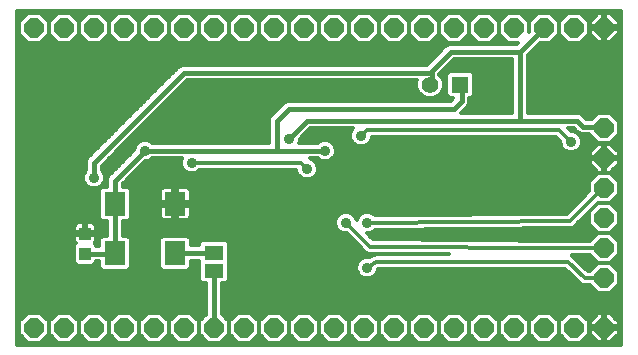
<source format=gbl>
G75*
G70*
%OFA0B0*%
%FSLAX24Y24*%
%IPPOS*%
%LPD*%
%AMOC8*
5,1,8,0,0,1.08239X$1,22.5*
%
%ADD10OC8,0.0640*%
%ADD11R,0.0709X0.0787*%
%ADD12R,0.0630X0.0460*%
%ADD13R,0.0394X0.0433*%
%ADD14R,0.0555X0.0555*%
%ADD15C,0.0555*%
%ADD16C,0.0120*%
%ADD17C,0.0350*%
%ADD18C,0.0160*%
D10*
X003006Y001161D03*
X004006Y001161D03*
X005006Y001161D03*
X006006Y001161D03*
X007006Y001161D03*
X008006Y001161D03*
X009006Y001161D03*
X010006Y001161D03*
X011006Y001161D03*
X012006Y001161D03*
X013006Y001161D03*
X014006Y001161D03*
X015006Y001161D03*
X016006Y001161D03*
X017006Y001161D03*
X018006Y001161D03*
X019006Y001161D03*
X020006Y001161D03*
X021006Y001161D03*
X022006Y001161D03*
X022006Y002811D03*
X022006Y003811D03*
X022006Y004811D03*
X022006Y005811D03*
X022006Y006811D03*
X022006Y007811D03*
X022006Y011161D03*
X021006Y011161D03*
X020006Y011161D03*
X019006Y011161D03*
X018006Y011161D03*
X017006Y011161D03*
X016006Y011161D03*
X015006Y011161D03*
X014006Y011161D03*
X013006Y011161D03*
X012006Y011161D03*
X011006Y011161D03*
X010006Y011161D03*
X009006Y011161D03*
X008006Y011161D03*
X007006Y011161D03*
X006006Y011161D03*
X005006Y011161D03*
X004006Y011161D03*
X003006Y011161D03*
D11*
X005706Y005288D03*
X007706Y005288D03*
X007706Y003634D03*
X005706Y003634D03*
D12*
X009006Y003661D03*
X009006Y003061D03*
D13*
X004706Y003627D03*
X004706Y004296D03*
D14*
X017206Y009261D03*
D15*
X016206Y009261D03*
D16*
X002436Y011731D02*
X002436Y000591D01*
X022576Y000591D01*
X022576Y011731D01*
X002436Y011731D01*
X002436Y011660D02*
X002797Y011660D01*
X002799Y011661D02*
X002506Y011368D01*
X002506Y010954D01*
X002799Y010661D01*
X003213Y010661D01*
X003506Y010954D01*
X003799Y010661D01*
X004213Y010661D01*
X004506Y010954D01*
X004799Y010661D01*
X005213Y010661D01*
X005506Y010954D01*
X005799Y010661D01*
X006213Y010661D01*
X006506Y010954D01*
X006799Y010661D01*
X007213Y010661D01*
X007506Y010954D01*
X007799Y010661D01*
X008213Y010661D01*
X008506Y010954D01*
X008799Y010661D01*
X009213Y010661D01*
X009506Y010954D01*
X009799Y010661D01*
X010213Y010661D01*
X010506Y010954D01*
X010799Y010661D01*
X011213Y010661D01*
X011506Y010954D01*
X011799Y010661D01*
X012213Y010661D01*
X012506Y010954D01*
X012799Y010661D01*
X013213Y010661D01*
X013506Y010954D01*
X013799Y010661D01*
X014213Y010661D01*
X014506Y010954D01*
X014799Y010661D01*
X015213Y010661D01*
X015506Y010954D01*
X015799Y010661D01*
X016213Y010661D01*
X016506Y010954D01*
X016799Y010661D01*
X017213Y010661D01*
X017506Y010954D01*
X017799Y010661D01*
X018213Y010661D01*
X018506Y010954D01*
X018799Y010661D01*
X019138Y010661D01*
X019098Y010621D01*
X016854Y010621D01*
X016758Y010582D01*
X016685Y010509D01*
X016098Y009921D01*
X007954Y009921D01*
X007858Y009882D01*
X007785Y009809D01*
X004785Y006809D01*
X004746Y006713D01*
X004746Y006610D01*
X004746Y006403D01*
X004705Y006362D01*
X004651Y006232D01*
X004651Y006091D01*
X004705Y005960D01*
X004805Y005860D01*
X004935Y005806D01*
X005076Y005806D01*
X005207Y005860D01*
X005307Y005960D01*
X005361Y006091D01*
X005361Y006232D01*
X005307Y006362D01*
X005266Y006403D01*
X005266Y006554D01*
X008113Y009401D01*
X015769Y009401D01*
X015748Y009352D01*
X015748Y009170D01*
X015818Y009002D01*
X015946Y008873D01*
X016115Y008804D01*
X016297Y008804D01*
X016465Y008873D01*
X016593Y009002D01*
X016663Y009170D01*
X016663Y009352D01*
X016593Y009520D01*
X016516Y009598D01*
X016516Y009604D01*
X017013Y010101D01*
X018946Y010101D01*
X018946Y008321D01*
X017233Y008321D01*
X017403Y008491D01*
X017476Y008564D01*
X017516Y008660D01*
X017516Y008804D01*
X017558Y008804D01*
X017663Y008909D01*
X017663Y009613D01*
X017558Y009719D01*
X016854Y009719D01*
X016748Y009613D01*
X016748Y008909D01*
X016854Y008804D01*
X016981Y008804D01*
X016898Y008721D01*
X011557Y008721D01*
X011454Y008721D01*
X011358Y008682D01*
X010958Y008282D01*
X010885Y008209D01*
X010846Y008113D01*
X010846Y007321D01*
X006948Y007321D01*
X006907Y007362D01*
X006776Y007416D01*
X006635Y007416D01*
X006505Y007362D01*
X006405Y007262D01*
X006351Y007132D01*
X006351Y007074D01*
X005485Y006209D01*
X005446Y006113D01*
X005446Y006010D01*
X005446Y005862D01*
X005277Y005862D01*
X005171Y005756D01*
X005171Y004820D01*
X005277Y004714D01*
X005446Y004714D01*
X005446Y004208D01*
X005277Y004208D01*
X005171Y004103D01*
X005171Y003887D01*
X005082Y003887D01*
X005082Y003918D01*
X005025Y003975D01*
X005031Y003981D01*
X005052Y004018D01*
X005062Y004058D01*
X005062Y004257D01*
X004744Y004257D01*
X004744Y004334D01*
X005062Y004334D01*
X005062Y004534D01*
X005052Y004574D01*
X005031Y004611D01*
X005001Y004640D01*
X004964Y004661D01*
X004924Y004672D01*
X004744Y004672D01*
X004744Y004335D01*
X004667Y004335D01*
X004667Y004672D01*
X004488Y004672D01*
X004447Y004661D01*
X004411Y004640D01*
X004381Y004611D01*
X004360Y004574D01*
X004349Y004534D01*
X004349Y004334D01*
X004667Y004334D01*
X004667Y004257D01*
X004349Y004257D01*
X004349Y004058D01*
X004360Y004018D01*
X004381Y003981D01*
X004387Y003975D01*
X004329Y003918D01*
X004329Y003336D01*
X004434Y003230D01*
X004977Y003230D01*
X005082Y003336D01*
X005082Y003367D01*
X005171Y003367D01*
X005171Y003166D01*
X005277Y003061D01*
X006135Y003061D01*
X006240Y003166D01*
X006240Y004103D01*
X006135Y004208D01*
X005966Y004208D01*
X005966Y004714D01*
X006135Y004714D01*
X006240Y004820D01*
X006240Y005756D01*
X006135Y005862D01*
X005966Y005862D01*
X005966Y005954D01*
X006718Y006706D01*
X006776Y006706D01*
X006907Y006760D01*
X006948Y006801D01*
X007929Y006801D01*
X007901Y006732D01*
X007901Y006591D01*
X007955Y006460D01*
X008055Y006360D01*
X008185Y006306D01*
X008326Y006306D01*
X008457Y006360D01*
X008518Y006421D01*
X011751Y006421D01*
X011751Y006391D01*
X011805Y006260D01*
X011905Y006160D01*
X012035Y006106D01*
X012176Y006106D01*
X012307Y006160D01*
X012407Y006260D01*
X012461Y006391D01*
X012461Y006532D01*
X012407Y006662D01*
X012307Y006762D01*
X012212Y006801D01*
X012464Y006801D01*
X012505Y006760D01*
X012635Y006706D01*
X012776Y006706D01*
X012907Y006760D01*
X013007Y006860D01*
X013061Y006991D01*
X013061Y007132D01*
X013007Y007262D01*
X012907Y007362D01*
X012776Y007416D01*
X012635Y007416D01*
X012505Y007362D01*
X012464Y007321D01*
X011832Y007321D01*
X011861Y007391D01*
X011861Y007449D01*
X012213Y007801D01*
X013644Y007801D01*
X013605Y007762D01*
X013551Y007632D01*
X013551Y007491D01*
X013605Y007360D01*
X013705Y007260D01*
X013835Y007206D01*
X013976Y007206D01*
X014107Y007260D01*
X014207Y007360D01*
X014261Y007491D01*
X014261Y007521D01*
X020406Y007521D01*
X020551Y007377D01*
X020551Y007291D01*
X020605Y007160D01*
X020705Y007060D01*
X020835Y007006D01*
X020976Y007006D01*
X021107Y007060D01*
X021207Y007160D01*
X021261Y007291D01*
X021261Y007432D01*
X021207Y007562D01*
X021107Y007662D01*
X020976Y007716D01*
X020890Y007716D01*
X020805Y007801D01*
X020998Y007801D01*
X021085Y007714D01*
X021158Y007641D01*
X021254Y007601D01*
X021509Y007601D01*
X021799Y007311D01*
X022213Y007311D01*
X022506Y007604D01*
X022506Y008018D01*
X022213Y008311D01*
X021799Y008311D01*
X021609Y008121D01*
X021413Y008121D01*
X021253Y008282D01*
X021157Y008321D01*
X021054Y008321D01*
X019466Y008321D01*
X019466Y010254D01*
X019873Y010661D01*
X020213Y010661D01*
X020506Y010954D01*
X020799Y010661D01*
X021213Y010661D01*
X021506Y010954D01*
X021506Y011368D01*
X021213Y011661D01*
X020799Y011661D01*
X020506Y011368D01*
X020213Y011661D01*
X019799Y011661D01*
X019506Y011368D01*
X019213Y011661D01*
X018799Y011661D01*
X018506Y011368D01*
X018506Y010954D01*
X018506Y011368D01*
X018213Y011661D01*
X017799Y011661D01*
X017506Y011368D01*
X017213Y011661D01*
X016799Y011661D01*
X016506Y011368D01*
X016213Y011661D01*
X015799Y011661D01*
X015506Y011368D01*
X015213Y011661D01*
X014799Y011661D01*
X014506Y011368D01*
X014213Y011661D01*
X013799Y011661D01*
X013506Y011368D01*
X013213Y011661D01*
X012799Y011661D01*
X012506Y011368D01*
X012213Y011661D01*
X011799Y011661D01*
X011506Y011368D01*
X011213Y011661D01*
X010799Y011661D01*
X010506Y011368D01*
X010213Y011661D01*
X009799Y011661D01*
X009506Y011368D01*
X009213Y011661D01*
X008799Y011661D01*
X008506Y011368D01*
X008213Y011661D01*
X007799Y011661D01*
X007506Y011368D01*
X007213Y011661D01*
X006799Y011661D01*
X006506Y011368D01*
X006213Y011661D01*
X005799Y011661D01*
X005506Y011368D01*
X005213Y011661D01*
X004799Y011661D01*
X004506Y011368D01*
X004213Y011661D01*
X003799Y011661D01*
X003506Y011368D01*
X003213Y011661D01*
X002799Y011661D01*
X002679Y011541D02*
X002436Y011541D01*
X002436Y011423D02*
X002560Y011423D01*
X002506Y011304D02*
X002436Y011304D01*
X002436Y011186D02*
X002506Y011186D01*
X002506Y011067D02*
X002436Y011067D01*
X002436Y010949D02*
X002511Y010949D01*
X002436Y010830D02*
X002630Y010830D01*
X002748Y010712D02*
X002436Y010712D01*
X002436Y010593D02*
X016786Y010593D01*
X016748Y010712D02*
X016263Y010712D01*
X016382Y010830D02*
X016630Y010830D01*
X016511Y010949D02*
X016500Y010949D01*
X016506Y010954D02*
X016506Y011368D01*
X016506Y010954D01*
X016506Y011067D02*
X016506Y011067D01*
X016506Y011186D02*
X016506Y011186D01*
X016506Y011304D02*
X016506Y011304D01*
X016560Y011423D02*
X016451Y011423D01*
X016333Y011541D02*
X016679Y011541D01*
X016797Y011660D02*
X016214Y011660D01*
X015797Y011660D02*
X015214Y011660D01*
X015333Y011541D02*
X015679Y011541D01*
X015560Y011423D02*
X015451Y011423D01*
X015506Y011368D02*
X015506Y010954D01*
X015506Y011368D01*
X015506Y011304D02*
X015506Y011304D01*
X015506Y011186D02*
X015506Y011186D01*
X015506Y011067D02*
X015506Y011067D01*
X015500Y010949D02*
X015511Y010949D01*
X015630Y010830D02*
X015382Y010830D01*
X015263Y010712D02*
X015748Y010712D01*
X016414Y010237D02*
X002436Y010237D01*
X002436Y010119D02*
X016296Y010119D01*
X016177Y010000D02*
X002436Y010000D01*
X002436Y009882D02*
X007859Y009882D01*
X007740Y009763D02*
X002436Y009763D01*
X002436Y009645D02*
X007621Y009645D01*
X007503Y009526D02*
X002436Y009526D01*
X002436Y009408D02*
X007384Y009408D01*
X007266Y009289D02*
X002436Y009289D01*
X002436Y009171D02*
X007147Y009171D01*
X007029Y009052D02*
X002436Y009052D01*
X002436Y008933D02*
X006910Y008933D01*
X006792Y008815D02*
X002436Y008815D01*
X002436Y008696D02*
X006673Y008696D01*
X006555Y008578D02*
X002436Y008578D01*
X002436Y008459D02*
X006436Y008459D01*
X006317Y008341D02*
X002436Y008341D01*
X002436Y008222D02*
X006199Y008222D01*
X006080Y008104D02*
X002436Y008104D01*
X002436Y007985D02*
X005962Y007985D01*
X005843Y007867D02*
X002436Y007867D01*
X002436Y007748D02*
X005725Y007748D01*
X005606Y007629D02*
X002436Y007629D01*
X002436Y007511D02*
X005488Y007511D01*
X005369Y007392D02*
X002436Y007392D01*
X002436Y007274D02*
X005251Y007274D01*
X005132Y007155D02*
X002436Y007155D01*
X002436Y007037D02*
X005014Y007037D01*
X004895Y006918D02*
X002436Y006918D01*
X002436Y006800D02*
X004782Y006800D01*
X004746Y006681D02*
X002436Y006681D01*
X002436Y006563D02*
X004746Y006563D01*
X004746Y006444D02*
X002436Y006444D01*
X002436Y006326D02*
X004689Y006326D01*
X004651Y006207D02*
X002436Y006207D01*
X002436Y006088D02*
X004652Y006088D01*
X004701Y005970D02*
X002436Y005970D01*
X002436Y005851D02*
X004826Y005851D01*
X005185Y005851D02*
X005266Y005851D01*
X005311Y005970D02*
X005446Y005970D01*
X005446Y006088D02*
X005360Y006088D01*
X005361Y006207D02*
X005485Y006207D01*
X005602Y006326D02*
X005322Y006326D01*
X005266Y006444D02*
X005721Y006444D01*
X005839Y006563D02*
X005275Y006563D01*
X005393Y006681D02*
X005958Y006681D01*
X006076Y006800D02*
X005512Y006800D01*
X005630Y006918D02*
X006195Y006918D01*
X006314Y007037D02*
X005749Y007037D01*
X005867Y007155D02*
X006360Y007155D01*
X006416Y007274D02*
X005986Y007274D01*
X006104Y007392D02*
X006578Y007392D01*
X006834Y007392D02*
X010846Y007392D01*
X010846Y007511D02*
X006223Y007511D01*
X006342Y007629D02*
X010846Y007629D01*
X010846Y007748D02*
X006460Y007748D01*
X006579Y007867D02*
X010846Y007867D01*
X010846Y007985D02*
X006697Y007985D01*
X006816Y008104D02*
X010846Y008104D01*
X010899Y008222D02*
X006934Y008222D01*
X007053Y008341D02*
X011017Y008341D01*
X011136Y008459D02*
X007171Y008459D01*
X007290Y008578D02*
X011255Y008578D01*
X011394Y008696D02*
X007408Y008696D01*
X007527Y008815D02*
X016088Y008815D01*
X015886Y008933D02*
X007646Y008933D01*
X007764Y009052D02*
X015797Y009052D01*
X015748Y009171D02*
X007883Y009171D01*
X008001Y009289D02*
X015748Y009289D01*
X016324Y008815D02*
X016842Y008815D01*
X016748Y008933D02*
X016525Y008933D01*
X016614Y009052D02*
X016748Y009052D01*
X016748Y009171D02*
X016663Y009171D01*
X016663Y009289D02*
X016748Y009289D01*
X016748Y009408D02*
X016640Y009408D01*
X016588Y009526D02*
X016748Y009526D01*
X016780Y009645D02*
X016557Y009645D01*
X016675Y009763D02*
X018946Y009763D01*
X018946Y009645D02*
X017632Y009645D01*
X017663Y009526D02*
X018946Y009526D01*
X018946Y009408D02*
X017663Y009408D01*
X017663Y009289D02*
X018946Y009289D01*
X018946Y009171D02*
X017663Y009171D01*
X017663Y009052D02*
X018946Y009052D01*
X018946Y008933D02*
X017663Y008933D01*
X017569Y008815D02*
X018946Y008815D01*
X018946Y008696D02*
X017516Y008696D01*
X017482Y008578D02*
X018946Y008578D01*
X018946Y008459D02*
X017371Y008459D01*
X017403Y008491D02*
X017403Y008491D01*
X017253Y008341D02*
X018946Y008341D01*
X019466Y008341D02*
X022576Y008341D01*
X022576Y008459D02*
X019466Y008459D01*
X019466Y008578D02*
X022576Y008578D01*
X022576Y008696D02*
X019466Y008696D01*
X019466Y008815D02*
X022576Y008815D01*
X022576Y008933D02*
X019466Y008933D01*
X019466Y009052D02*
X022576Y009052D01*
X022576Y009171D02*
X019466Y009171D01*
X019466Y009289D02*
X022576Y009289D01*
X022576Y009408D02*
X019466Y009408D01*
X019466Y009526D02*
X022576Y009526D01*
X022576Y009645D02*
X019466Y009645D01*
X019466Y009763D02*
X022576Y009763D01*
X022576Y009882D02*
X019466Y009882D01*
X019466Y010000D02*
X022576Y010000D01*
X022576Y010119D02*
X019466Y010119D01*
X019466Y010237D02*
X022576Y010237D01*
X022576Y010356D02*
X019568Y010356D01*
X019687Y010475D02*
X022576Y010475D01*
X022576Y010593D02*
X019805Y010593D01*
X020263Y010712D02*
X020748Y010712D01*
X020630Y010830D02*
X020382Y010830D01*
X020500Y010949D02*
X020511Y010949D01*
X020506Y010954D02*
X020506Y011368D01*
X020506Y010954D01*
X020506Y011067D02*
X020506Y011067D01*
X020506Y011186D02*
X020506Y011186D01*
X020506Y011304D02*
X020506Y011304D01*
X020560Y011423D02*
X020451Y011423D01*
X020333Y011541D02*
X020679Y011541D01*
X020797Y011660D02*
X020214Y011660D01*
X019797Y011660D02*
X019214Y011660D01*
X019333Y011541D02*
X019679Y011541D01*
X019560Y011423D02*
X019451Y011423D01*
X019506Y011368D02*
X019506Y011029D01*
X019506Y011029D01*
X019506Y011368D01*
X019506Y011304D02*
X019506Y011304D01*
X019506Y011186D02*
X019506Y011186D01*
X019506Y011067D02*
X019506Y011067D01*
X018748Y010712D02*
X018263Y010712D01*
X018382Y010830D02*
X018630Y010830D01*
X018511Y010949D02*
X018500Y010949D01*
X018506Y011067D02*
X018506Y011067D01*
X018506Y011186D02*
X018506Y011186D01*
X018506Y011304D02*
X018506Y011304D01*
X018560Y011423D02*
X018451Y011423D01*
X018333Y011541D02*
X018679Y011541D01*
X018797Y011660D02*
X018214Y011660D01*
X017797Y011660D02*
X017214Y011660D01*
X017333Y011541D02*
X017679Y011541D01*
X017560Y011423D02*
X017451Y011423D01*
X017506Y011368D02*
X017506Y010954D01*
X017506Y011368D01*
X017506Y011304D02*
X017506Y011304D01*
X017506Y011186D02*
X017506Y011186D01*
X017506Y011067D02*
X017506Y011067D01*
X017500Y010949D02*
X017511Y010949D01*
X017630Y010830D02*
X017382Y010830D01*
X017263Y010712D02*
X017748Y010712D01*
X016912Y010000D02*
X018946Y010000D01*
X018946Y009882D02*
X016794Y009882D01*
X016533Y010356D02*
X002436Y010356D01*
X002436Y010475D02*
X016651Y010475D01*
X014748Y010712D02*
X014263Y010712D01*
X014382Y010830D02*
X014630Y010830D01*
X014511Y010949D02*
X014500Y010949D01*
X014506Y010954D02*
X014506Y011368D01*
X014506Y010954D01*
X014506Y011067D02*
X014506Y011067D01*
X014506Y011186D02*
X014506Y011186D01*
X014506Y011304D02*
X014506Y011304D01*
X014560Y011423D02*
X014451Y011423D01*
X014333Y011541D02*
X014679Y011541D01*
X014797Y011660D02*
X014214Y011660D01*
X013797Y011660D02*
X013214Y011660D01*
X013333Y011541D02*
X013679Y011541D01*
X013560Y011423D02*
X013451Y011423D01*
X013506Y011368D02*
X013506Y010954D01*
X013506Y011368D01*
X013506Y011304D02*
X013506Y011304D01*
X013506Y011186D02*
X013506Y011186D01*
X013506Y011067D02*
X013506Y011067D01*
X013500Y010949D02*
X013511Y010949D01*
X013630Y010830D02*
X013382Y010830D01*
X013263Y010712D02*
X013748Y010712D01*
X012748Y010712D02*
X012263Y010712D01*
X012382Y010830D02*
X012630Y010830D01*
X012511Y010949D02*
X012500Y010949D01*
X012506Y010954D02*
X012506Y011368D01*
X012506Y010954D01*
X012506Y011067D02*
X012506Y011067D01*
X012506Y011186D02*
X012506Y011186D01*
X012506Y011304D02*
X012506Y011304D01*
X012560Y011423D02*
X012451Y011423D01*
X012333Y011541D02*
X012679Y011541D01*
X012797Y011660D02*
X012214Y011660D01*
X011797Y011660D02*
X011214Y011660D01*
X011333Y011541D02*
X011679Y011541D01*
X011560Y011423D02*
X011451Y011423D01*
X011506Y011368D02*
X011506Y010954D01*
X011506Y011368D01*
X011506Y011304D02*
X011506Y011304D01*
X011506Y011186D02*
X011506Y011186D01*
X011506Y011067D02*
X011506Y011067D01*
X011500Y010949D02*
X011511Y010949D01*
X011630Y010830D02*
X011382Y010830D01*
X011263Y010712D02*
X011748Y010712D01*
X010748Y010712D02*
X010263Y010712D01*
X010382Y010830D02*
X010630Y010830D01*
X010511Y010949D02*
X010500Y010949D01*
X010506Y010954D02*
X010506Y011368D01*
X010506Y010954D01*
X010506Y011067D02*
X010506Y011067D01*
X010506Y011186D02*
X010506Y011186D01*
X010506Y011304D02*
X010506Y011304D01*
X010560Y011423D02*
X010451Y011423D01*
X010333Y011541D02*
X010679Y011541D01*
X010797Y011660D02*
X010214Y011660D01*
X009797Y011660D02*
X009214Y011660D01*
X009333Y011541D02*
X009679Y011541D01*
X009560Y011423D02*
X009451Y011423D01*
X009506Y011368D02*
X009506Y010954D01*
X009506Y011368D01*
X009506Y011304D02*
X009506Y011304D01*
X009506Y011186D02*
X009506Y011186D01*
X009506Y011067D02*
X009506Y011067D01*
X009500Y010949D02*
X009511Y010949D01*
X009630Y010830D02*
X009382Y010830D01*
X009263Y010712D02*
X009748Y010712D01*
X008748Y010712D02*
X008263Y010712D01*
X008382Y010830D02*
X008630Y010830D01*
X008511Y010949D02*
X008500Y010949D01*
X008506Y010954D02*
X008506Y011368D01*
X008506Y010954D01*
X008506Y011067D02*
X008506Y011067D01*
X008506Y011186D02*
X008506Y011186D01*
X008506Y011304D02*
X008506Y011304D01*
X008560Y011423D02*
X008451Y011423D01*
X008333Y011541D02*
X008679Y011541D01*
X008797Y011660D02*
X008214Y011660D01*
X007797Y011660D02*
X007214Y011660D01*
X007333Y011541D02*
X007679Y011541D01*
X007560Y011423D02*
X007451Y011423D01*
X007506Y011368D02*
X007506Y010954D01*
X007506Y011368D01*
X007506Y011304D02*
X007506Y011304D01*
X007506Y011186D02*
X007506Y011186D01*
X007506Y011067D02*
X007506Y011067D01*
X007500Y010949D02*
X007511Y010949D01*
X007630Y010830D02*
X007382Y010830D01*
X007263Y010712D02*
X007748Y010712D01*
X006748Y010712D02*
X006263Y010712D01*
X006382Y010830D02*
X006630Y010830D01*
X006511Y010949D02*
X006500Y010949D01*
X006506Y010954D02*
X006506Y011368D01*
X006506Y010954D01*
X006506Y011067D02*
X006506Y011067D01*
X006506Y011186D02*
X006506Y011186D01*
X006506Y011304D02*
X006506Y011304D01*
X006560Y011423D02*
X006451Y011423D01*
X006333Y011541D02*
X006679Y011541D01*
X006797Y011660D02*
X006214Y011660D01*
X005797Y011660D02*
X005214Y011660D01*
X005333Y011541D02*
X005679Y011541D01*
X005560Y011423D02*
X005451Y011423D01*
X005506Y011368D02*
X005506Y010954D01*
X005506Y011368D01*
X005506Y011304D02*
X005506Y011304D01*
X005506Y011186D02*
X005506Y011186D01*
X005506Y011067D02*
X005506Y011067D01*
X005500Y010949D02*
X005511Y010949D01*
X005630Y010830D02*
X005382Y010830D01*
X005263Y010712D02*
X005748Y010712D01*
X004748Y010712D02*
X004263Y010712D01*
X004382Y010830D02*
X004630Y010830D01*
X004511Y010949D02*
X004500Y010949D01*
X004506Y010954D02*
X004506Y011368D01*
X004506Y010954D01*
X004506Y011067D02*
X004506Y011067D01*
X004506Y011186D02*
X004506Y011186D01*
X004506Y011304D02*
X004506Y011304D01*
X004560Y011423D02*
X004451Y011423D01*
X004333Y011541D02*
X004679Y011541D01*
X004797Y011660D02*
X004214Y011660D01*
X003797Y011660D02*
X003214Y011660D01*
X003333Y011541D02*
X003679Y011541D01*
X003560Y011423D02*
X003451Y011423D01*
X003506Y011368D02*
X003506Y010954D01*
X003506Y011368D01*
X003506Y011304D02*
X003506Y011304D01*
X003506Y011186D02*
X003506Y011186D01*
X003506Y011067D02*
X003506Y011067D01*
X003500Y010949D02*
X003511Y010949D01*
X003630Y010830D02*
X003382Y010830D01*
X003263Y010712D02*
X003748Y010712D01*
X006946Y006800D02*
X007929Y006800D01*
X007901Y006681D02*
X006693Y006681D01*
X006575Y006563D02*
X007912Y006563D01*
X007971Y006444D02*
X006456Y006444D01*
X006338Y006326D02*
X008139Y006326D01*
X008373Y006326D02*
X011778Y006326D01*
X011858Y006207D02*
X006219Y006207D01*
X006100Y006088D02*
X021576Y006088D01*
X021506Y006018D02*
X021506Y005701D01*
X020756Y004950D01*
X014366Y004903D01*
X014307Y004962D01*
X014176Y005016D01*
X014035Y005016D01*
X013905Y004962D01*
X013805Y004862D01*
X013756Y004744D01*
X013707Y004862D01*
X013607Y004962D01*
X013476Y005016D01*
X013335Y005016D01*
X013205Y004962D01*
X013105Y004862D01*
X013051Y004732D01*
X013051Y004591D01*
X013105Y004460D01*
X013205Y004360D01*
X013335Y004306D01*
X013421Y004306D01*
X014036Y003692D01*
X014068Y003659D01*
X014069Y003658D01*
X014070Y003658D01*
X014111Y003641D01*
X014156Y003622D01*
X014157Y003622D01*
X014158Y003621D01*
X014202Y003621D01*
X016832Y003601D01*
X014429Y003601D01*
X014406Y003606D01*
X014382Y003601D01*
X014358Y003601D01*
X014336Y003592D01*
X014312Y003587D01*
X014292Y003574D01*
X014270Y003565D01*
X014253Y003548D01*
X014194Y003509D01*
X014176Y003516D01*
X014035Y003516D01*
X013905Y003462D01*
X013805Y003362D01*
X013751Y003232D01*
X013751Y003091D01*
X013805Y002960D01*
X013905Y002860D01*
X014035Y002806D01*
X014176Y002806D01*
X014307Y002860D01*
X014407Y002960D01*
X014461Y003091D01*
X014461Y003109D01*
X014478Y003121D01*
X020706Y003121D01*
X021220Y002608D01*
X021308Y002571D01*
X021403Y002571D01*
X021539Y002571D01*
X021799Y002311D01*
X022213Y002311D01*
X022506Y002604D01*
X022506Y003018D01*
X022213Y003311D01*
X021799Y003311D01*
X022213Y003311D01*
X022506Y003604D01*
X022506Y004018D01*
X022213Y004311D01*
X021799Y004311D01*
X021539Y004051D01*
X020759Y004051D01*
X014306Y004100D01*
X014100Y004306D01*
X014176Y004306D01*
X014307Y004360D01*
X014370Y004423D01*
X020857Y004471D01*
X020903Y004471D01*
X020904Y004472D01*
X020905Y004472D01*
X020948Y004490D01*
X020992Y004508D01*
X020992Y004508D01*
X020993Y004509D01*
X021025Y004542D01*
X021797Y005313D01*
X021799Y005311D01*
X022213Y005311D01*
X021799Y005311D01*
X021506Y005018D01*
X021506Y004604D01*
X021799Y004311D01*
X022213Y004311D01*
X022506Y004604D01*
X022506Y005018D01*
X022213Y005311D01*
X022506Y005604D01*
X022506Y006018D01*
X022213Y006311D01*
X021799Y006311D01*
X021506Y006018D01*
X021506Y005970D02*
X005982Y005970D01*
X006145Y005851D02*
X021506Y005851D01*
X021506Y005733D02*
X008212Y005733D01*
X008209Y005743D02*
X008220Y005703D01*
X008220Y005348D01*
X007766Y005348D01*
X007766Y005228D01*
X008220Y005228D01*
X008220Y004873D01*
X008209Y004833D01*
X008188Y004796D01*
X008158Y004766D01*
X008122Y004745D01*
X008081Y004734D01*
X007766Y004734D01*
X007766Y005228D01*
X007646Y005228D01*
X007646Y004734D01*
X007330Y004734D01*
X007290Y004745D01*
X007253Y004766D01*
X007223Y004796D01*
X007202Y004833D01*
X007191Y004873D01*
X007191Y005228D01*
X007646Y005228D01*
X007646Y005348D01*
X007766Y005348D01*
X007766Y005842D01*
X008081Y005842D01*
X008122Y005831D01*
X008158Y005810D01*
X008188Y005780D01*
X008209Y005743D01*
X008220Y005614D02*
X021419Y005614D01*
X021301Y005496D02*
X008220Y005496D01*
X008220Y005377D02*
X021182Y005377D01*
X021064Y005259D02*
X007766Y005259D01*
X007766Y005377D02*
X007646Y005377D01*
X007646Y005348D02*
X007646Y005842D01*
X007330Y005842D01*
X007290Y005831D01*
X007253Y005810D01*
X007223Y005780D01*
X007202Y005743D01*
X007191Y005703D01*
X007191Y005348D01*
X007646Y005348D01*
X007646Y005259D02*
X006240Y005259D01*
X006240Y005377D02*
X007191Y005377D01*
X007191Y005496D02*
X006240Y005496D01*
X006240Y005614D02*
X007191Y005614D01*
X007199Y005733D02*
X006240Y005733D01*
X006240Y005140D02*
X007191Y005140D01*
X007191Y005022D02*
X006240Y005022D01*
X006240Y004903D02*
X007191Y004903D01*
X007235Y004784D02*
X006205Y004784D01*
X005966Y004666D02*
X013051Y004666D01*
X013069Y004547D02*
X005966Y004547D01*
X005966Y004429D02*
X013136Y004429D01*
X013325Y004310D02*
X005966Y004310D01*
X006151Y004192D02*
X007260Y004192D01*
X007277Y004208D02*
X007171Y004103D01*
X007171Y003166D01*
X007277Y003061D01*
X008135Y003061D01*
X008240Y003166D01*
X008240Y003385D01*
X008511Y003391D01*
X008511Y003366D01*
X008511Y002757D01*
X008616Y002651D01*
X008746Y002651D01*
X008746Y001608D01*
X008506Y001368D01*
X008213Y001661D01*
X007799Y001661D01*
X007506Y001368D01*
X007506Y000954D01*
X007799Y000661D01*
X008213Y000661D01*
X008506Y000954D01*
X008799Y000661D01*
X009213Y000661D01*
X009506Y000954D01*
X009799Y000661D01*
X010213Y000661D01*
X010506Y000954D01*
X010799Y000661D01*
X011213Y000661D01*
X011506Y000954D01*
X011799Y000661D01*
X012213Y000661D01*
X012506Y000954D01*
X012799Y000661D01*
X013213Y000661D01*
X013506Y000954D01*
X013799Y000661D01*
X014213Y000661D01*
X014506Y000954D01*
X014799Y000661D01*
X015213Y000661D01*
X015506Y000954D01*
X015799Y000661D01*
X016213Y000661D01*
X016506Y000954D01*
X016799Y000661D01*
X017213Y000661D01*
X017506Y000954D01*
X017799Y000661D01*
X018213Y000661D01*
X018506Y000954D01*
X018799Y000661D01*
X019213Y000661D01*
X019506Y000954D01*
X019799Y000661D01*
X020213Y000661D01*
X020506Y000954D01*
X020799Y000661D01*
X021213Y000661D01*
X021506Y000954D01*
X021506Y001368D01*
X021213Y001661D01*
X020799Y001661D01*
X020506Y001368D01*
X020506Y000954D01*
X020506Y001368D01*
X020213Y001661D01*
X019799Y001661D01*
X019506Y001368D01*
X019506Y000954D01*
X019506Y001368D01*
X019213Y001661D01*
X018799Y001661D01*
X018506Y001368D01*
X018506Y000954D01*
X018506Y001368D01*
X018213Y001661D01*
X017799Y001661D01*
X017506Y001368D01*
X017506Y000954D01*
X017506Y001368D01*
X017213Y001661D01*
X016799Y001661D01*
X016506Y001368D01*
X016506Y000954D01*
X016506Y001368D01*
X016213Y001661D01*
X015799Y001661D01*
X015506Y001368D01*
X015506Y000954D01*
X015506Y001368D01*
X015213Y001661D01*
X014799Y001661D01*
X014506Y001368D01*
X014506Y000954D01*
X014506Y001368D01*
X014213Y001661D01*
X013799Y001661D01*
X013506Y001368D01*
X013506Y000954D01*
X013506Y001368D01*
X013213Y001661D01*
X012799Y001661D01*
X012506Y001368D01*
X012506Y000954D01*
X012506Y001368D01*
X012213Y001661D01*
X011799Y001661D01*
X011506Y001368D01*
X011506Y000954D01*
X011506Y001368D01*
X011213Y001661D01*
X010799Y001661D01*
X010506Y001368D01*
X010506Y000954D01*
X010506Y001368D01*
X010213Y001661D01*
X009799Y001661D01*
X009506Y001368D01*
X009506Y000954D01*
X009506Y001368D01*
X009266Y001608D01*
X009266Y002651D01*
X009395Y002651D01*
X009501Y002757D01*
X009501Y003366D01*
X009501Y003966D01*
X009395Y004071D01*
X008616Y004071D01*
X008511Y003966D01*
X008511Y003911D01*
X008240Y003906D01*
X008240Y004103D01*
X008135Y004208D01*
X007277Y004208D01*
X007171Y004073D02*
X006240Y004073D01*
X006240Y003955D02*
X007171Y003955D01*
X007171Y003836D02*
X006240Y003836D01*
X006240Y003718D02*
X007171Y003718D01*
X007171Y003599D02*
X006240Y003599D01*
X006240Y003480D02*
X007171Y003480D01*
X007171Y003362D02*
X006240Y003362D01*
X006240Y003243D02*
X007171Y003243D01*
X007213Y003125D02*
X006199Y003125D01*
X005213Y003125D02*
X002436Y003125D01*
X002436Y003243D02*
X004421Y003243D01*
X004329Y003362D02*
X002436Y003362D01*
X002436Y003480D02*
X004329Y003480D01*
X004329Y003599D02*
X002436Y003599D01*
X002436Y003718D02*
X004329Y003718D01*
X004329Y003836D02*
X002436Y003836D01*
X002436Y003955D02*
X004366Y003955D01*
X004349Y004073D02*
X002436Y004073D01*
X002436Y004192D02*
X004349Y004192D01*
X004349Y004429D02*
X002436Y004429D01*
X002436Y004547D02*
X004353Y004547D01*
X004464Y004666D02*
X002436Y004666D01*
X002436Y004784D02*
X005207Y004784D01*
X005171Y004903D02*
X002436Y004903D01*
X002436Y005022D02*
X005171Y005022D01*
X005171Y005140D02*
X002436Y005140D01*
X002436Y005259D02*
X005171Y005259D01*
X005171Y005377D02*
X002436Y005377D01*
X002436Y005496D02*
X005171Y005496D01*
X005171Y005614D02*
X002436Y005614D01*
X002436Y005733D02*
X005171Y005733D01*
X004948Y004666D02*
X005446Y004666D01*
X005446Y004547D02*
X005059Y004547D01*
X005062Y004429D02*
X005446Y004429D01*
X005446Y004310D02*
X004744Y004310D01*
X004667Y004310D02*
X002436Y004310D01*
X002436Y003006D02*
X008511Y003006D01*
X008511Y002888D02*
X002436Y002888D01*
X002436Y002769D02*
X008511Y002769D01*
X008746Y002651D02*
X002436Y002651D01*
X002436Y002532D02*
X008746Y002532D01*
X008746Y002414D02*
X002436Y002414D01*
X002436Y002295D02*
X008746Y002295D01*
X008746Y002176D02*
X002436Y002176D01*
X002436Y002058D02*
X008746Y002058D01*
X008746Y001939D02*
X002436Y001939D01*
X002436Y001821D02*
X008746Y001821D01*
X008746Y001702D02*
X002436Y001702D01*
X002436Y001584D02*
X002721Y001584D01*
X002799Y001661D02*
X002506Y001368D01*
X002506Y000954D01*
X002799Y000661D01*
X003213Y000661D01*
X003506Y000954D01*
X003799Y000661D01*
X004213Y000661D01*
X004506Y000954D01*
X004799Y000661D01*
X005213Y000661D01*
X005506Y000954D01*
X005799Y000661D01*
X006213Y000661D01*
X006506Y000954D01*
X006799Y000661D01*
X007213Y000661D01*
X007506Y000954D01*
X007506Y001368D01*
X007213Y001661D01*
X006799Y001661D01*
X006506Y001368D01*
X006506Y000954D01*
X006506Y001368D01*
X006213Y001661D01*
X005799Y001661D01*
X005506Y001368D01*
X005506Y000954D01*
X005506Y001368D01*
X005213Y001661D01*
X004799Y001661D01*
X004506Y001368D01*
X004506Y000954D01*
X004506Y001368D01*
X004213Y001661D01*
X003799Y001661D01*
X003506Y001368D01*
X003506Y000954D01*
X003506Y001368D01*
X003213Y001661D01*
X002799Y001661D01*
X002603Y001465D02*
X002436Y001465D01*
X002436Y001347D02*
X002506Y001347D01*
X002506Y001228D02*
X002436Y001228D01*
X002436Y001110D02*
X002506Y001110D01*
X002506Y000991D02*
X002436Y000991D01*
X002436Y000873D02*
X002587Y000873D01*
X002706Y000754D02*
X002436Y000754D01*
X002436Y000635D02*
X022576Y000635D01*
X022576Y000754D02*
X022277Y000754D01*
X022204Y000681D02*
X022486Y000962D01*
X022486Y001121D01*
X022046Y001121D01*
X022046Y001201D01*
X022486Y001201D01*
X022486Y001360D01*
X022204Y001641D01*
X022046Y001641D01*
X022046Y001201D01*
X021966Y001201D01*
X021965Y001201D02*
X021965Y001121D01*
X021526Y001121D01*
X021526Y000962D01*
X021807Y000681D01*
X021966Y000681D01*
X021966Y001121D01*
X022046Y001121D01*
X022046Y000681D01*
X022204Y000681D01*
X022046Y000754D02*
X021966Y000754D01*
X021966Y000873D02*
X022046Y000873D01*
X022046Y000991D02*
X021966Y000991D01*
X021966Y001110D02*
X022046Y001110D01*
X022046Y001228D02*
X021966Y001228D01*
X021966Y001201D02*
X021966Y001641D01*
X021807Y001641D01*
X021526Y001360D01*
X021526Y001201D01*
X021965Y001201D01*
X021966Y001347D02*
X022046Y001347D01*
X022046Y001465D02*
X021966Y001465D01*
X021966Y001584D02*
X022046Y001584D01*
X022262Y001584D02*
X022576Y001584D01*
X022576Y001702D02*
X009266Y001702D01*
X009266Y001821D02*
X022576Y001821D01*
X022576Y001939D02*
X009266Y001939D01*
X009266Y002058D02*
X022576Y002058D01*
X022576Y002176D02*
X009266Y002176D01*
X009266Y002295D02*
X022576Y002295D01*
X022576Y002414D02*
X022315Y002414D01*
X022434Y002532D02*
X022576Y002532D01*
X022576Y002651D02*
X022506Y002651D01*
X022506Y002769D02*
X022576Y002769D01*
X022576Y002888D02*
X022506Y002888D01*
X022506Y003006D02*
X022576Y003006D01*
X022576Y003125D02*
X022399Y003125D01*
X022281Y003243D02*
X022576Y003243D01*
X022576Y003362D02*
X022263Y003362D01*
X022382Y003480D02*
X022576Y003480D01*
X022576Y003599D02*
X022501Y003599D01*
X022506Y003718D02*
X022576Y003718D01*
X022576Y003836D02*
X022506Y003836D01*
X022506Y003955D02*
X022576Y003955D01*
X022576Y004073D02*
X022451Y004073D01*
X022332Y004192D02*
X022576Y004192D01*
X022576Y004310D02*
X022214Y004310D01*
X022330Y004429D02*
X022576Y004429D01*
X022576Y004547D02*
X022449Y004547D01*
X022506Y004666D02*
X022576Y004666D01*
X022576Y004784D02*
X022506Y004784D01*
X022506Y004903D02*
X022576Y004903D01*
X022576Y005022D02*
X022502Y005022D01*
X022576Y005140D02*
X022384Y005140D01*
X022265Y005259D02*
X022576Y005259D01*
X022576Y005377D02*
X022279Y005377D01*
X022397Y005496D02*
X022576Y005496D01*
X022576Y005614D02*
X022506Y005614D01*
X022506Y005733D02*
X022576Y005733D01*
X022576Y005851D02*
X022506Y005851D01*
X022506Y005970D02*
X022576Y005970D01*
X022576Y006088D02*
X022436Y006088D01*
X022317Y006207D02*
X022576Y006207D01*
X022576Y006326D02*
X012434Y006326D01*
X012461Y006444D02*
X021694Y006444D01*
X021807Y006331D02*
X021526Y006612D01*
X021526Y006771D01*
X021965Y006771D01*
X021965Y006851D01*
X021526Y006851D01*
X021526Y007010D01*
X021807Y007291D01*
X021966Y007291D01*
X021966Y006851D01*
X022046Y006851D01*
X022486Y006851D01*
X022486Y007010D01*
X022204Y007291D01*
X022046Y007291D01*
X022046Y006851D01*
X022046Y006771D01*
X022486Y006771D01*
X022486Y006612D01*
X022204Y006331D01*
X022046Y006331D01*
X022046Y006771D01*
X021966Y006771D01*
X021966Y006331D01*
X021807Y006331D01*
X021694Y006207D02*
X012353Y006207D01*
X012106Y006461D02*
X011906Y006661D01*
X008256Y006661D01*
X007766Y005733D02*
X007646Y005733D01*
X007646Y005614D02*
X007766Y005614D01*
X007766Y005496D02*
X007646Y005496D01*
X007646Y005140D02*
X007766Y005140D01*
X007766Y005022D02*
X007646Y005022D01*
X007646Y004903D02*
X007766Y004903D01*
X007766Y004784D02*
X007646Y004784D01*
X008176Y004784D02*
X013072Y004784D01*
X013145Y004903D02*
X008220Y004903D01*
X008220Y005022D02*
X020827Y005022D01*
X020945Y005140D02*
X008220Y005140D01*
X008151Y004192D02*
X013536Y004192D01*
X013654Y004073D02*
X008240Y004073D01*
X008240Y003955D02*
X008511Y003955D01*
X008511Y003362D02*
X008240Y003362D01*
X008240Y003243D02*
X008511Y003243D01*
X008511Y003125D02*
X008199Y003125D01*
X009266Y002651D02*
X021177Y002651D01*
X021058Y002769D02*
X009501Y002769D01*
X009501Y002888D02*
X013877Y002888D01*
X013786Y003006D02*
X009501Y003006D01*
X009501Y003125D02*
X013751Y003125D01*
X013755Y003243D02*
X009501Y003243D01*
X009501Y003362D02*
X013805Y003362D01*
X013949Y003480D02*
X009501Y003480D01*
X009501Y003599D02*
X014353Y003599D01*
X014406Y003361D02*
X020806Y003361D01*
X021356Y002811D01*
X022006Y002811D01*
X021612Y003125D02*
X021381Y003125D01*
X021455Y003051D02*
X020942Y003565D01*
X020926Y003571D01*
X021539Y003571D01*
X021799Y003311D01*
X021539Y003051D01*
X021455Y003051D01*
X021263Y003243D02*
X021731Y003243D01*
X021748Y003362D02*
X021144Y003362D01*
X021026Y003480D02*
X021629Y003480D01*
X022006Y003811D02*
X020756Y003811D01*
X014206Y003861D01*
X013406Y004661D01*
X013739Y004784D02*
X013772Y004784D01*
X013845Y004903D02*
X013666Y004903D01*
X014106Y004661D02*
X020856Y004711D01*
X022006Y005861D01*
X022006Y005811D01*
X021746Y005259D02*
X021742Y005259D01*
X021627Y005140D02*
X021624Y005140D01*
X021509Y005022D02*
X021505Y005022D01*
X021506Y004903D02*
X021387Y004903D01*
X021268Y004784D02*
X021506Y004784D01*
X021506Y004666D02*
X021150Y004666D01*
X021031Y004547D02*
X021562Y004547D01*
X021681Y004429D02*
X015125Y004429D01*
X014215Y004192D02*
X021679Y004192D01*
X021798Y004310D02*
X014186Y004310D01*
X013773Y003955D02*
X009501Y003955D01*
X009501Y003836D02*
X013891Y003836D01*
X014010Y003718D02*
X009501Y003718D01*
X009266Y002532D02*
X021578Y002532D01*
X021696Y002414D02*
X009266Y002414D01*
X009290Y001584D02*
X009721Y001584D01*
X009603Y001465D02*
X009409Y001465D01*
X009506Y001347D02*
X009506Y001347D01*
X009506Y001228D02*
X009506Y001228D01*
X009506Y001110D02*
X009506Y001110D01*
X009506Y000991D02*
X009506Y000991D01*
X009424Y000873D02*
X009587Y000873D01*
X009706Y000754D02*
X009305Y000754D01*
X008706Y000754D02*
X008305Y000754D01*
X008424Y000873D02*
X008587Y000873D01*
X008506Y000954D02*
X008506Y001368D01*
X008506Y000954D01*
X008506Y000991D02*
X008506Y000991D01*
X008506Y001110D02*
X008506Y001110D01*
X008506Y001228D02*
X008506Y001228D01*
X008506Y001347D02*
X008506Y001347D01*
X008409Y001465D02*
X008603Y001465D01*
X008721Y001584D02*
X008290Y001584D01*
X007721Y001584D02*
X007290Y001584D01*
X007409Y001465D02*
X007603Y001465D01*
X007506Y001347D02*
X007506Y001347D01*
X007506Y001228D02*
X007506Y001228D01*
X007506Y001110D02*
X007506Y001110D01*
X007506Y000991D02*
X007506Y000991D01*
X007424Y000873D02*
X007587Y000873D01*
X007706Y000754D02*
X007305Y000754D01*
X006706Y000754D02*
X006305Y000754D01*
X006424Y000873D02*
X006587Y000873D01*
X006506Y000991D02*
X006506Y000991D01*
X006506Y001110D02*
X006506Y001110D01*
X006506Y001228D02*
X006506Y001228D01*
X006506Y001347D02*
X006506Y001347D01*
X006409Y001465D02*
X006603Y001465D01*
X006721Y001584D02*
X006290Y001584D01*
X005721Y001584D02*
X005290Y001584D01*
X005409Y001465D02*
X005603Y001465D01*
X005506Y001347D02*
X005506Y001347D01*
X005506Y001228D02*
X005506Y001228D01*
X005506Y001110D02*
X005506Y001110D01*
X005506Y000991D02*
X005506Y000991D01*
X005424Y000873D02*
X005587Y000873D01*
X005706Y000754D02*
X005305Y000754D01*
X004706Y000754D02*
X004305Y000754D01*
X004424Y000873D02*
X004587Y000873D01*
X004506Y000991D02*
X004506Y000991D01*
X004506Y001110D02*
X004506Y001110D01*
X004506Y001228D02*
X004506Y001228D01*
X004506Y001347D02*
X004506Y001347D01*
X004409Y001465D02*
X004603Y001465D01*
X004721Y001584D02*
X004290Y001584D01*
X003721Y001584D02*
X003290Y001584D01*
X003409Y001465D02*
X003603Y001465D01*
X003506Y001347D02*
X003506Y001347D01*
X003506Y001228D02*
X003506Y001228D01*
X003506Y001110D02*
X003506Y001110D01*
X003506Y000991D02*
X003506Y000991D01*
X003424Y000873D02*
X003587Y000873D01*
X003706Y000754D02*
X003305Y000754D01*
X004990Y003243D02*
X005171Y003243D01*
X005171Y003362D02*
X005082Y003362D01*
X005046Y003955D02*
X005171Y003955D01*
X005171Y004073D02*
X005062Y004073D01*
X005062Y004192D02*
X005260Y004192D01*
X004744Y004429D02*
X004667Y004429D01*
X004667Y004547D02*
X004744Y004547D01*
X004744Y004666D02*
X004667Y004666D01*
X010290Y001584D02*
X010721Y001584D01*
X010603Y001465D02*
X010409Y001465D01*
X010506Y001347D02*
X010506Y001347D01*
X010506Y001228D02*
X010506Y001228D01*
X010506Y001110D02*
X010506Y001110D01*
X010506Y000991D02*
X010506Y000991D01*
X010424Y000873D02*
X010587Y000873D01*
X010706Y000754D02*
X010305Y000754D01*
X011305Y000754D02*
X011706Y000754D01*
X011587Y000873D02*
X011424Y000873D01*
X011506Y000991D02*
X011506Y000991D01*
X011506Y001110D02*
X011506Y001110D01*
X011506Y001228D02*
X011506Y001228D01*
X011506Y001347D02*
X011506Y001347D01*
X011409Y001465D02*
X011603Y001465D01*
X011721Y001584D02*
X011290Y001584D01*
X012290Y001584D02*
X012721Y001584D01*
X012603Y001465D02*
X012409Y001465D01*
X012506Y001347D02*
X012506Y001347D01*
X012506Y001228D02*
X012506Y001228D01*
X012506Y001110D02*
X012506Y001110D01*
X012506Y000991D02*
X012506Y000991D01*
X012424Y000873D02*
X012587Y000873D01*
X012706Y000754D02*
X012305Y000754D01*
X013305Y000754D02*
X013706Y000754D01*
X013587Y000873D02*
X013424Y000873D01*
X013506Y000991D02*
X013506Y000991D01*
X013506Y001110D02*
X013506Y001110D01*
X013506Y001228D02*
X013506Y001228D01*
X013506Y001347D02*
X013506Y001347D01*
X013409Y001465D02*
X013603Y001465D01*
X013721Y001584D02*
X013290Y001584D01*
X014290Y001584D02*
X014721Y001584D01*
X014603Y001465D02*
X014409Y001465D01*
X014506Y001347D02*
X014506Y001347D01*
X014506Y001228D02*
X014506Y001228D01*
X014506Y001110D02*
X014506Y001110D01*
X014506Y000991D02*
X014506Y000991D01*
X014424Y000873D02*
X014587Y000873D01*
X014706Y000754D02*
X014305Y000754D01*
X015305Y000754D02*
X015706Y000754D01*
X015587Y000873D02*
X015424Y000873D01*
X015506Y000991D02*
X015506Y000991D01*
X015506Y001110D02*
X015506Y001110D01*
X015506Y001228D02*
X015506Y001228D01*
X015506Y001347D02*
X015506Y001347D01*
X015409Y001465D02*
X015603Y001465D01*
X015721Y001584D02*
X015290Y001584D01*
X016290Y001584D02*
X016721Y001584D01*
X016603Y001465D02*
X016409Y001465D01*
X016506Y001347D02*
X016506Y001347D01*
X016506Y001228D02*
X016506Y001228D01*
X016506Y001110D02*
X016506Y001110D01*
X016506Y000991D02*
X016506Y000991D01*
X016424Y000873D02*
X016587Y000873D01*
X016706Y000754D02*
X016305Y000754D01*
X017305Y000754D02*
X017706Y000754D01*
X017587Y000873D02*
X017424Y000873D01*
X017506Y000991D02*
X017506Y000991D01*
X017506Y001110D02*
X017506Y001110D01*
X017506Y001228D02*
X017506Y001228D01*
X017506Y001347D02*
X017506Y001347D01*
X017409Y001465D02*
X017603Y001465D01*
X017721Y001584D02*
X017290Y001584D01*
X018290Y001584D02*
X018721Y001584D01*
X018603Y001465D02*
X018409Y001465D01*
X018506Y001347D02*
X018506Y001347D01*
X018506Y001228D02*
X018506Y001228D01*
X018506Y001110D02*
X018506Y001110D01*
X018506Y000991D02*
X018506Y000991D01*
X018424Y000873D02*
X018587Y000873D01*
X018706Y000754D02*
X018305Y000754D01*
X019305Y000754D02*
X019706Y000754D01*
X019587Y000873D02*
X019424Y000873D01*
X019506Y000991D02*
X019506Y000991D01*
X019506Y001110D02*
X019506Y001110D01*
X019506Y001228D02*
X019506Y001228D01*
X019506Y001347D02*
X019506Y001347D01*
X019409Y001465D02*
X019603Y001465D01*
X019721Y001584D02*
X019290Y001584D01*
X020290Y001584D02*
X020721Y001584D01*
X020603Y001465D02*
X020409Y001465D01*
X020506Y001347D02*
X020506Y001347D01*
X020506Y001228D02*
X020506Y001228D01*
X020506Y001110D02*
X020506Y001110D01*
X020506Y000991D02*
X020506Y000991D01*
X020424Y000873D02*
X020587Y000873D01*
X020706Y000754D02*
X020305Y000754D01*
X021305Y000754D02*
X021734Y000754D01*
X021616Y000873D02*
X021424Y000873D01*
X021506Y000991D02*
X021526Y000991D01*
X021526Y001110D02*
X021506Y001110D01*
X021506Y001228D02*
X021526Y001228D01*
X021526Y001347D02*
X021506Y001347D01*
X021409Y001465D02*
X021631Y001465D01*
X021749Y001584D02*
X021290Y001584D01*
X022380Y001465D02*
X022576Y001465D01*
X022576Y001347D02*
X022486Y001347D01*
X022486Y001228D02*
X022576Y001228D01*
X022576Y001110D02*
X022486Y001110D01*
X022486Y000991D02*
X022576Y000991D01*
X022576Y000873D02*
X022396Y000873D01*
X020940Y002888D02*
X014334Y002888D01*
X014426Y003006D02*
X020821Y003006D01*
X021561Y004073D02*
X017878Y004073D01*
X014406Y003361D02*
X014106Y003161D01*
X012448Y006563D02*
X021576Y006563D01*
X021526Y006681D02*
X012388Y006681D01*
X012465Y006800D02*
X012216Y006800D01*
X012946Y006800D02*
X021965Y006800D01*
X022046Y006800D02*
X022576Y006800D01*
X022576Y006918D02*
X022486Y006918D01*
X022459Y007037D02*
X022576Y007037D01*
X022576Y007155D02*
X022340Y007155D01*
X022222Y007274D02*
X022576Y007274D01*
X022576Y007392D02*
X022294Y007392D01*
X022412Y007511D02*
X022576Y007511D01*
X022576Y007629D02*
X022506Y007629D01*
X022506Y007748D02*
X022576Y007748D01*
X022576Y007867D02*
X022506Y007867D01*
X022506Y007985D02*
X022576Y007985D01*
X022576Y008104D02*
X022420Y008104D01*
X022302Y008222D02*
X022576Y008222D01*
X021710Y008222D02*
X021312Y008222D01*
X021051Y007748D02*
X020858Y007748D01*
X021139Y007629D02*
X021186Y007629D01*
X021228Y007511D02*
X021599Y007511D01*
X021717Y007392D02*
X021261Y007392D01*
X021254Y007274D02*
X021789Y007274D01*
X021671Y007155D02*
X021202Y007155D01*
X021050Y007037D02*
X021552Y007037D01*
X021526Y006918D02*
X013031Y006918D01*
X013061Y007037D02*
X020761Y007037D01*
X020610Y007155D02*
X013051Y007155D01*
X012995Y007274D02*
X013691Y007274D01*
X013591Y007392D02*
X012834Y007392D01*
X012578Y007392D02*
X011861Y007392D01*
X011923Y007511D02*
X013551Y007511D01*
X013551Y007629D02*
X012042Y007629D01*
X012160Y007748D02*
X013599Y007748D01*
X013906Y007561D02*
X014106Y007761D01*
X020506Y007761D01*
X020906Y007361D01*
X020558Y007274D02*
X014120Y007274D01*
X014220Y007392D02*
X020535Y007392D01*
X020417Y007511D02*
X014261Y007511D01*
X021263Y010712D02*
X021776Y010712D01*
X021807Y010681D02*
X021526Y010962D01*
X021526Y011121D01*
X021965Y011121D01*
X021965Y011201D01*
X021526Y011201D01*
X021526Y011360D01*
X021807Y011641D01*
X021966Y011641D01*
X021966Y011201D01*
X022046Y011201D01*
X022486Y011201D01*
X022486Y011360D01*
X022204Y011641D01*
X022046Y011641D01*
X022046Y011201D01*
X022046Y011121D01*
X022486Y011121D01*
X022486Y010962D01*
X022204Y010681D01*
X022046Y010681D01*
X022046Y011121D01*
X021966Y011121D01*
X021966Y010681D01*
X021807Y010681D01*
X021966Y010712D02*
X022046Y010712D01*
X022046Y010830D02*
X021966Y010830D01*
X021966Y010949D02*
X022046Y010949D01*
X022046Y011067D02*
X021966Y011067D01*
X021965Y011186D02*
X021506Y011186D01*
X021506Y011304D02*
X021526Y011304D01*
X021589Y011423D02*
X021451Y011423D01*
X021333Y011541D02*
X021707Y011541D01*
X021966Y011541D02*
X022046Y011541D01*
X022046Y011423D02*
X021966Y011423D01*
X021966Y011304D02*
X022046Y011304D01*
X022046Y011186D02*
X022576Y011186D01*
X022576Y011304D02*
X022486Y011304D01*
X022423Y011423D02*
X022576Y011423D01*
X022576Y011541D02*
X022304Y011541D01*
X022576Y011660D02*
X021214Y011660D01*
X021506Y011067D02*
X021526Y011067D01*
X021539Y010949D02*
X021500Y010949D01*
X021382Y010830D02*
X021658Y010830D01*
X022235Y010712D02*
X022576Y010712D01*
X022576Y010830D02*
X022353Y010830D01*
X022472Y010949D02*
X022576Y010949D01*
X022576Y011067D02*
X022486Y011067D01*
X022046Y007274D02*
X021966Y007274D01*
X021966Y007155D02*
X022046Y007155D01*
X022046Y007037D02*
X021966Y007037D01*
X021966Y006918D02*
X022046Y006918D01*
X022046Y006681D02*
X021966Y006681D01*
X021966Y006563D02*
X022046Y006563D01*
X022046Y006444D02*
X021966Y006444D01*
X022317Y006444D02*
X022576Y006444D01*
X022576Y006563D02*
X022436Y006563D01*
X022486Y006681D02*
X022576Y006681D01*
D17*
X020906Y007361D03*
X020106Y006361D03*
X019106Y007061D03*
X017406Y006361D03*
X017306Y006861D03*
X016806Y006861D03*
X016206Y006311D03*
X015806Y006311D03*
X014006Y006061D03*
X013006Y006061D03*
X012506Y006061D03*
X012106Y006461D03*
X012706Y007061D03*
X012306Y007561D03*
X011506Y007461D03*
X009856Y008661D03*
X009306Y008861D03*
X006606Y008961D03*
X004806Y008961D03*
X002606Y008261D03*
X002606Y007161D03*
X005006Y006161D03*
X006706Y007061D03*
X006806Y006361D03*
X008256Y006661D03*
X008406Y006061D03*
X011006Y006061D03*
X011006Y005161D03*
X011006Y004561D03*
X011906Y004561D03*
X013406Y004661D03*
X014106Y004661D03*
X014106Y003161D03*
X013506Y001861D03*
X016106Y002861D03*
X020506Y004261D03*
X014006Y006961D03*
X013506Y007261D03*
X013906Y007561D03*
X013656Y009061D03*
X013506Y010161D03*
X013956Y010161D03*
X018506Y009461D03*
X020506Y009961D03*
X021506Y009961D03*
X021106Y008561D03*
X003406Y003161D03*
D18*
X004706Y003627D02*
X005598Y003627D01*
X005706Y003634D01*
X005706Y005288D01*
X005706Y006061D01*
X006706Y007061D01*
X011106Y007061D01*
X011106Y008061D01*
X011506Y008461D01*
X017006Y008461D01*
X017256Y008711D01*
X017256Y009211D01*
X017206Y009261D01*
X016256Y009311D02*
X016206Y009261D01*
X016256Y009311D02*
X016256Y009661D01*
X008006Y009661D01*
X005006Y006661D01*
X005006Y006161D01*
X007706Y003634D02*
X009006Y003661D01*
X009006Y003061D02*
X009006Y001161D01*
X011106Y007061D02*
X012706Y007061D01*
X012106Y008061D02*
X011506Y007461D01*
X012106Y008061D02*
X019206Y008061D01*
X019206Y010361D01*
X020006Y011161D01*
X019206Y010361D02*
X016906Y010361D01*
X016256Y009711D01*
X016256Y009661D01*
X019206Y008061D02*
X021106Y008061D01*
X021306Y007861D01*
X021956Y007861D01*
X022006Y007811D01*
M02*

</source>
